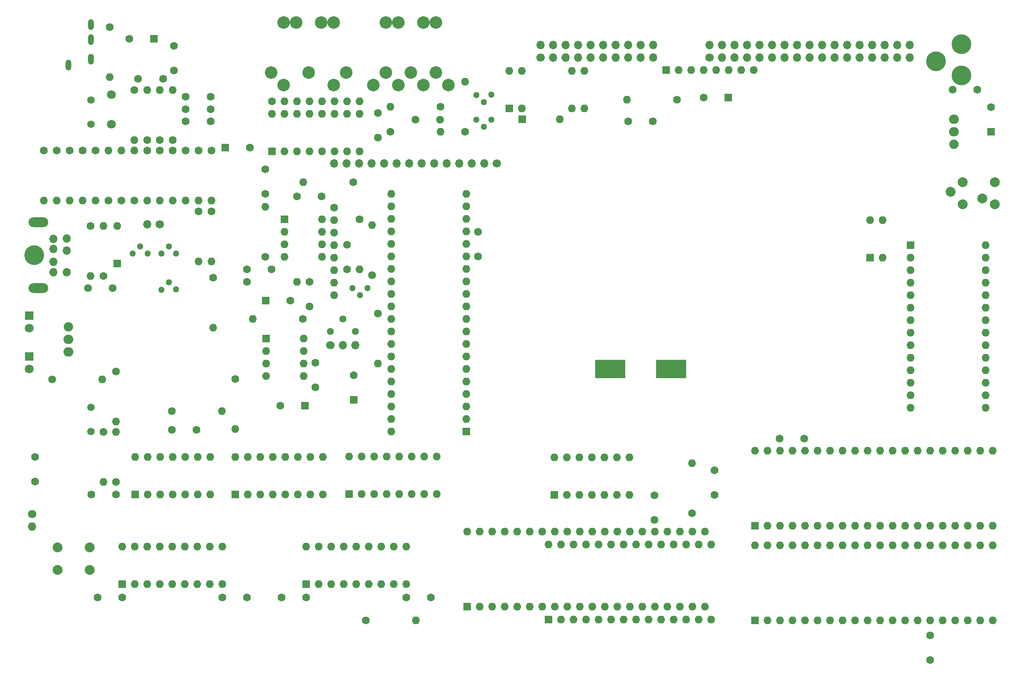
<source format=gbr>
%TF.GenerationSoftware,KiCad,Pcbnew,8.0.5*%
%TF.CreationDate,2025-01-06T13:55:56+00:00*%
%TF.ProjectId,Oric,4f726963-2e6b-4696-9361-645f70636258,rev?*%
%TF.SameCoordinates,Original*%
%TF.FileFunction,Soldermask,Bot*%
%TF.FilePolarity,Negative*%
%FSLAX46Y46*%
G04 Gerber Fmt 4.6, Leading zero omitted, Abs format (unit mm)*
G04 Created by KiCad (PCBNEW 8.0.5) date 2025-01-06 13:55:56*
%MOMM*%
%LPD*%
G01*
G04 APERTURE LIST*
%ADD10C,1.700000*%
%ADD11O,1.700000X1.700000*%
%ADD12R,1.600000X1.600000*%
%ADD13C,1.600000*%
%ADD14O,1.600000X1.600000*%
%ADD15C,2.540000*%
%ADD16C,1.800000*%
%ADD17C,4.000000*%
%ADD18C,1.905000*%
%ADD19O,2.000000X1.905000*%
%ADD20R,1.800000X1.800000*%
%ADD21C,1.300000*%
%ADD22C,1.500000*%
%ADD23C,1.440000*%
%ADD24O,1.200000X2.200000*%
%ADD25O,4.000000X2.000000*%
%ADD26R,6.089998X3.740000*%
%ADD27C,2.000000*%
G04 APERTURE END LIST*
D10*
%TO.C,PL3*%
X139990000Y-52900000D03*
D11*
X137450000Y-52900000D03*
X134910000Y-52900000D03*
X132370000Y-52900000D03*
X129830000Y-52900000D03*
X127290000Y-52900000D03*
X124750000Y-52900000D03*
X122210000Y-52900000D03*
X119670000Y-52900000D03*
X117130000Y-52900000D03*
X114590000Y-52900000D03*
X112050000Y-52900000D03*
X109510000Y-52900000D03*
X106970000Y-52900000D03*
%TD*%
D12*
%TO.C,C21*%
X187030000Y-39500000D03*
D13*
X182030000Y-39500000D03*
%TD*%
%TO.C,RP3*%
X106970000Y-61870000D03*
D14*
X106970000Y-64410000D03*
X106970000Y-66950000D03*
X106970000Y-69490000D03*
X106970000Y-72030000D03*
X106970000Y-74570000D03*
X106970000Y-77110000D03*
X106970000Y-79650000D03*
%TD*%
D13*
%TO.C,C31*%
X76875000Y-41850000D03*
X81875000Y-41850000D03*
%TD*%
%TO.C,C101*%
X74050000Y-106975000D03*
X79050000Y-106975000D03*
%TD*%
%TO.C,C100*%
X184180000Y-120220000D03*
X184180000Y-115220000D03*
%TD*%
%TO.C,R11*%
X176610000Y-39970000D03*
D14*
X166450000Y-39970000D03*
%TD*%
D13*
%TO.C,C28*%
X101950000Y-81930000D03*
X101950000Y-76930000D03*
%TD*%
%TO.C,C6*%
X92990000Y-54080000D03*
X92990000Y-59080000D03*
%TD*%
%TO.C,C7*%
X128480000Y-44000000D03*
X123480000Y-44000000D03*
%TD*%
D12*
%TO.C,IC6*%
X192390000Y-145680000D03*
D14*
X194930000Y-145680000D03*
X197470000Y-145680000D03*
X200010000Y-145680000D03*
X202550000Y-145680000D03*
X205090000Y-145680000D03*
X207630000Y-145680000D03*
X210170000Y-145680000D03*
X212710000Y-145680000D03*
X215250000Y-145680000D03*
X217790000Y-145680000D03*
X220330000Y-145680000D03*
X222870000Y-145680000D03*
X225410000Y-145680000D03*
X227950000Y-145680000D03*
X230490000Y-145680000D03*
X233030000Y-145680000D03*
X235570000Y-145680000D03*
X238110000Y-145680000D03*
X240650000Y-145680000D03*
X240650000Y-130440000D03*
X238110000Y-130440000D03*
X235570000Y-130440000D03*
X233030000Y-130440000D03*
X230490000Y-130440000D03*
X227950000Y-130440000D03*
X225410000Y-130440000D03*
X222870000Y-130440000D03*
X220330000Y-130440000D03*
X217790000Y-130440000D03*
X215250000Y-130440000D03*
X212710000Y-130440000D03*
X210170000Y-130440000D03*
X207630000Y-130440000D03*
X205090000Y-130440000D03*
X202550000Y-130440000D03*
X200010000Y-130440000D03*
X197470000Y-130440000D03*
X194930000Y-130440000D03*
X192390000Y-130440000D03*
%TD*%
D15*
%TO.C,SK2*%
X117490000Y-34420000D03*
X117490000Y-24300000D03*
X120030000Y-24300000D03*
X122570000Y-34420000D03*
X125110000Y-24300000D03*
X127650000Y-24300000D03*
X127650000Y-34420000D03*
X120030000Y-36960000D03*
X125110000Y-36960000D03*
X114950000Y-36960000D03*
X130190000Y-36960000D03*
%TD*%
D12*
%TO.C,IC3*%
X96930000Y-64280000D03*
D14*
X96930000Y-66820000D03*
X96930000Y-69360000D03*
X96930000Y-71900000D03*
X104550000Y-71900000D03*
X104550000Y-69360000D03*
X104550000Y-66820000D03*
X104550000Y-64280000D03*
%TD*%
D16*
%TO.C,VC1*%
X61750000Y-38950000D03*
X61750000Y-44950000D03*
%TD*%
D12*
%TO.C,IC7*%
X133840000Y-107360000D03*
D14*
X133840000Y-104820000D03*
X133840000Y-102280000D03*
X133840000Y-99740000D03*
X133840000Y-97200000D03*
X133840000Y-94660000D03*
X133840000Y-92120000D03*
X133840000Y-89580000D03*
X133840000Y-87040000D03*
X133840000Y-84500000D03*
X133840000Y-81960000D03*
X133840000Y-79420000D03*
X133840000Y-76880000D03*
X133840000Y-74340000D03*
X133840000Y-71800000D03*
X133840000Y-69260000D03*
X133840000Y-66720000D03*
X133840000Y-64180000D03*
X133840000Y-61640000D03*
X133840000Y-59100000D03*
X118600000Y-59100000D03*
X118600000Y-61640000D03*
X118600000Y-64180000D03*
X118600000Y-66720000D03*
X118600000Y-69260000D03*
X118600000Y-71800000D03*
X118600000Y-74340000D03*
X118600000Y-76880000D03*
X118600000Y-79420000D03*
X118600000Y-81960000D03*
X118600000Y-84500000D03*
X118600000Y-87040000D03*
X118600000Y-89580000D03*
X118600000Y-92120000D03*
X118600000Y-94660000D03*
X118600000Y-97200000D03*
X118600000Y-99740000D03*
X118600000Y-102280000D03*
X118600000Y-104820000D03*
X118600000Y-107360000D03*
%TD*%
D13*
%TO.C,C13*%
X232550000Y-37870000D03*
X237550000Y-37870000D03*
%TD*%
D12*
%TO.C,D1*%
X145150000Y-43940000D03*
D14*
X152770000Y-43940000D03*
%TD*%
D17*
%TO.C,SK3*%
X234320000Y-35000000D03*
X234320000Y-28680000D03*
X229170000Y-32150000D03*
%TD*%
D18*
%TO.C,TR7*%
X53080000Y-86060000D03*
D19*
X53080000Y-88600000D03*
X53080000Y-91140000D03*
%TD*%
D12*
%TO.C,IC31*%
X64010000Y-138300000D03*
D14*
X66550000Y-138300000D03*
X69090000Y-138300000D03*
X71630000Y-138300000D03*
X74170000Y-138300000D03*
X76710000Y-138300000D03*
X79250000Y-138300000D03*
X81790000Y-138300000D03*
X84330000Y-138300000D03*
X84330000Y-130680000D03*
X81790000Y-130680000D03*
X79250000Y-130680000D03*
X76710000Y-130680000D03*
X74170000Y-130680000D03*
X71630000Y-130680000D03*
X69090000Y-130680000D03*
X66550000Y-130680000D03*
X64010000Y-130680000D03*
%TD*%
D13*
%TO.C,R37*%
X69025000Y-50275000D03*
D14*
X69025000Y-60435000D03*
%TD*%
D20*
%TO.C,D31*%
X45075000Y-92060000D03*
D16*
X45075000Y-94600000D03*
%TD*%
D13*
%TO.C,C5*%
X94300000Y-74440000D03*
X89300000Y-74440000D03*
%TD*%
%TO.C,R4*%
X82125000Y-62595000D03*
D14*
X82125000Y-72755000D03*
%TD*%
D13*
%TO.C,R45*%
X79500000Y-50275000D03*
D14*
X79500000Y-60435000D03*
%TD*%
D13*
%TO.C,C34*%
X197430000Y-108770000D03*
X202430000Y-108770000D03*
%TD*%
%TO.C,R32*%
X61440000Y-25240000D03*
D14*
X61440000Y-35400000D03*
%TD*%
D13*
%TO.C,C12*%
X46240000Y-112510000D03*
X46240000Y-117510000D03*
%TD*%
%TO.C,R50*%
X82460000Y-76120000D03*
D14*
X82460000Y-86280000D03*
%TD*%
D12*
%TO.C,IC5*%
X192390000Y-126450000D03*
D14*
X194930000Y-126450000D03*
X197470000Y-126450000D03*
X200010000Y-126450000D03*
X202550000Y-126450000D03*
X205090000Y-126450000D03*
X207630000Y-126450000D03*
X210170000Y-126450000D03*
X212710000Y-126450000D03*
X215250000Y-126450000D03*
X217790000Y-126450000D03*
X220330000Y-126450000D03*
X222870000Y-126450000D03*
X225410000Y-126450000D03*
X227950000Y-126450000D03*
X230490000Y-126450000D03*
X233030000Y-126450000D03*
X235570000Y-126450000D03*
X238110000Y-126450000D03*
X240650000Y-126450000D03*
X240650000Y-111210000D03*
X238110000Y-111210000D03*
X235570000Y-111210000D03*
X233030000Y-111210000D03*
X230490000Y-111210000D03*
X227950000Y-111210000D03*
X225410000Y-111210000D03*
X222870000Y-111210000D03*
X220330000Y-111210000D03*
X217790000Y-111210000D03*
X215250000Y-111210000D03*
X212710000Y-111210000D03*
X210170000Y-111210000D03*
X207630000Y-111210000D03*
X205090000Y-111210000D03*
X202550000Y-111210000D03*
X200010000Y-111210000D03*
X197470000Y-111210000D03*
X194930000Y-111210000D03*
X192390000Y-111210000D03*
%TD*%
D13*
%TO.C,R9*%
X60200000Y-107420000D03*
D14*
X60200000Y-117580000D03*
%TD*%
D13*
%TO.C,R38*%
X71625000Y-50275000D03*
D14*
X71625000Y-60435000D03*
%TD*%
D21*
%TO.C,TR5*%
X66100000Y-71220000D03*
X67600000Y-69730000D03*
X69100000Y-71200000D03*
%TD*%
D10*
%TO.C,LK5*%
X106195000Y-89850000D03*
D11*
X108735000Y-89850000D03*
X111275000Y-89850000D03*
%TD*%
D12*
%TO.C,SW2*%
X215785000Y-72050000D03*
D14*
X218325000Y-72050000D03*
X218325000Y-64430000D03*
X215785000Y-64430000D03*
%TD*%
D12*
%TO.C,C4*%
X93120000Y-80740000D03*
D13*
X98120000Y-80740000D03*
%TD*%
%TO.C,C19*%
X166680000Y-44380000D03*
X171680000Y-44380000D03*
%TD*%
D12*
%TO.C,C1*%
X110960000Y-100870000D03*
D13*
X110960000Y-95870000D03*
%TD*%
%TO.C,R7*%
X112120000Y-64270000D03*
D14*
X112120000Y-74430000D03*
%TD*%
D13*
%TO.C,R12*%
X113440000Y-145650000D03*
D14*
X123600000Y-145650000D03*
%TD*%
D12*
%TO.C,C8*%
X240325000Y-46450000D03*
D13*
X240325000Y-41450000D03*
%TD*%
%TO.C,R55*%
X48050000Y-50275000D03*
D14*
X48050000Y-60435000D03*
%TD*%
D22*
%TO.C,XT1*%
X57660000Y-107320000D03*
X57660000Y-102420000D03*
%TD*%
D23*
%TO.C,RV2*%
X111275000Y-86975000D03*
X108735000Y-84435000D03*
X106195000Y-86975000D03*
%TD*%
D12*
%TO.C,RP1*%
X174370000Y-33960000D03*
D14*
X176910000Y-33960000D03*
X179450000Y-33960000D03*
X181990000Y-33960000D03*
X184530000Y-33960000D03*
X187070000Y-33960000D03*
X189610000Y-33960000D03*
X192150000Y-33960000D03*
%TD*%
D12*
%TO.C,C3*%
X101080000Y-102100000D03*
D13*
X96080000Y-102100000D03*
%TD*%
%TO.C,R6*%
X179600000Y-123940000D03*
D14*
X179600000Y-113780000D03*
%TD*%
D13*
%TO.C,C16*%
X96300000Y-141075000D03*
X101300000Y-141075000D03*
%TD*%
D24*
%TO.C,SK4*%
X53025000Y-32925000D03*
X57625000Y-31725000D03*
X57625000Y-27725000D03*
X57625000Y-24725000D03*
%TD*%
D13*
%TO.C,C23*%
X172000000Y-125275000D03*
X172000000Y-120275000D03*
%TD*%
%TO.C,R13*%
X128540000Y-41380000D03*
D14*
X118380000Y-41380000D03*
%TD*%
D20*
%TO.C,D32*%
X45075000Y-83810000D03*
D16*
X45075000Y-86350000D03*
%TD*%
D11*
%TO.C,SK5*%
X49990000Y-72860000D03*
X49990000Y-70220000D03*
X50020000Y-74980000D03*
X49990000Y-68180000D03*
X52710000Y-74980000D03*
X52710000Y-70630000D03*
X52710000Y-68170000D03*
D25*
X46910000Y-78250000D03*
D17*
X46110000Y-71550000D03*
D25*
X46910000Y-64850000D03*
%TD*%
D21*
%TO.C,TR2*%
X138880000Y-43970000D03*
X137380000Y-45460000D03*
X135880000Y-43990000D03*
%TD*%
%TO.C,TR1*%
X113730000Y-78170000D03*
X112230000Y-79660000D03*
X110730000Y-78190000D03*
%TD*%
D13*
%TO.C,R30*%
X115900000Y-83370000D03*
D14*
X115900000Y-93530000D03*
%TD*%
D18*
%TO.C,IC1*%
X232770000Y-49000000D03*
D19*
X232770000Y-46460000D03*
X232770000Y-43920000D03*
%TD*%
D10*
%TO.C,LK4*%
X71560000Y-65295000D03*
D11*
X69020000Y-65295000D03*
%TD*%
D12*
%TO.C,C36*%
X84890000Y-49640000D03*
D13*
X89890000Y-49640000D03*
%TD*%
%TO.C,C17*%
X121625000Y-141075000D03*
X126625000Y-141075000D03*
%TD*%
%TO.C,R26*%
X110910000Y-56700000D03*
D14*
X100750000Y-56700000D03*
%TD*%
D10*
%TO.C,LK6*%
X45640000Y-124060000D03*
D11*
X45640000Y-126600000D03*
%TD*%
D13*
%TO.C,R46*%
X53300000Y-50275000D03*
D14*
X53300000Y-60435000D03*
%TD*%
D21*
%TO.C,TR4*%
X71925000Y-71215000D03*
X73425000Y-69725000D03*
X74925000Y-71195000D03*
%TD*%
D12*
%TO.C,RL1*%
X142560000Y-41690000D03*
D14*
X145100000Y-41690000D03*
X155260000Y-41690000D03*
X157800000Y-41690000D03*
X157800000Y-34070000D03*
X155260000Y-34070000D03*
X145100000Y-34070000D03*
X142560000Y-34070000D03*
%TD*%
D12*
%TO.C,IC21*%
X66590000Y-120100000D03*
D14*
X69130000Y-120100000D03*
X71670000Y-120100000D03*
X74210000Y-120100000D03*
X76750000Y-120100000D03*
X79290000Y-120100000D03*
X81830000Y-120100000D03*
X81830000Y-112480000D03*
X79290000Y-112480000D03*
X76750000Y-112480000D03*
X74210000Y-112480000D03*
X71670000Y-112480000D03*
X69130000Y-112480000D03*
X66590000Y-112480000D03*
%TD*%
D13*
%TO.C,R101*%
X74075000Y-103150000D03*
D14*
X84235000Y-103150000D03*
%TD*%
D13*
%TO.C,R43*%
X82125000Y-50275000D03*
D14*
X82125000Y-60435000D03*
%TD*%
D13*
%TO.C,R8*%
X114660000Y-75620000D03*
D14*
X114660000Y-65460000D03*
%TD*%
D12*
%TO.C,IC30*%
X101300000Y-138300000D03*
D14*
X103840000Y-138300000D03*
X106380000Y-138300000D03*
X108920000Y-138300000D03*
X111460000Y-138300000D03*
X114000000Y-138300000D03*
X116540000Y-138300000D03*
X119080000Y-138300000D03*
X121620000Y-138300000D03*
X121620000Y-130680000D03*
X119080000Y-130680000D03*
X116540000Y-130680000D03*
X114000000Y-130680000D03*
X111460000Y-130680000D03*
X108920000Y-130680000D03*
X106380000Y-130680000D03*
X103840000Y-130680000D03*
X101300000Y-130680000D03*
%TD*%
D13*
%TO.C,R25*%
X133540000Y-46470000D03*
D14*
X133540000Y-36310000D03*
%TD*%
D12*
%TO.C,C24*%
X70430000Y-27600000D03*
D13*
X65430000Y-27600000D03*
%TD*%
%TO.C,R39*%
X74250000Y-50275000D03*
D14*
X74250000Y-60435000D03*
%TD*%
D10*
%TO.C,PL2*%
X183160000Y-31370000D03*
D11*
X183160000Y-28830000D03*
X185700000Y-31370000D03*
X185700000Y-28830000D03*
X188240000Y-31370000D03*
X188240000Y-28830000D03*
X190780000Y-31370000D03*
X190780000Y-28830000D03*
X193320000Y-31370000D03*
X193320000Y-28830000D03*
X195860000Y-31370000D03*
X195860000Y-28830000D03*
X198400000Y-31370000D03*
X198400000Y-28830000D03*
X200940000Y-31370000D03*
X200940000Y-28830000D03*
X203480000Y-31370000D03*
X203480000Y-28830000D03*
X206020000Y-31370000D03*
X206020000Y-28830000D03*
X208560000Y-31370000D03*
X208560000Y-28830000D03*
X211100000Y-31370000D03*
X211100000Y-28830000D03*
X213640000Y-31370000D03*
X213640000Y-28830000D03*
X216180000Y-31370000D03*
X216180000Y-28830000D03*
X218720000Y-31370000D03*
X218720000Y-28830000D03*
X221260000Y-31370000D03*
X221260000Y-28830000D03*
X223800000Y-31370000D03*
X223800000Y-28830000D03*
%TD*%
D22*
%TO.C,XT2*%
X57660000Y-44950000D03*
X57660000Y-40050000D03*
%TD*%
D13*
%TO.C,C14*%
X59000000Y-141075000D03*
X64000000Y-141075000D03*
%TD*%
%TO.C,C2*%
X103175000Y-93400000D03*
X103175000Y-98400000D03*
%TD*%
%TO.C,R35*%
X71625000Y-48160000D03*
D14*
X71625000Y-38000000D03*
%TD*%
D26*
%TO.C,LS1*%
X163005000Y-94657500D03*
X175355000Y-94657500D03*
%TD*%
D13*
%TO.C,RP2*%
X94350000Y-40320000D03*
D14*
X96890000Y-40320000D03*
X99430000Y-40320000D03*
X101970000Y-40320000D03*
X104510000Y-40320000D03*
X107050000Y-40320000D03*
X109590000Y-40320000D03*
X112130000Y-40320000D03*
%TD*%
D12*
%TO.C,IC9*%
X223960000Y-69470000D03*
D14*
X223960000Y-72010000D03*
X223960000Y-74550000D03*
X223960000Y-77090000D03*
X223960000Y-79630000D03*
X223960000Y-82170000D03*
X223960000Y-84710000D03*
X223960000Y-87250000D03*
X223960000Y-89790000D03*
X223960000Y-92330000D03*
X223960000Y-94870000D03*
X223960000Y-97410000D03*
X223960000Y-99950000D03*
X223960000Y-102490000D03*
X239200000Y-102490000D03*
X239200000Y-99950000D03*
X239200000Y-97410000D03*
X239200000Y-94870000D03*
X239200000Y-92330000D03*
X239200000Y-89790000D03*
X239200000Y-87250000D03*
X239200000Y-84710000D03*
X239200000Y-82170000D03*
X239200000Y-79630000D03*
X239200000Y-77090000D03*
X239200000Y-74550000D03*
X239200000Y-72010000D03*
X239200000Y-69470000D03*
%TD*%
D13*
%TO.C,R47*%
X76875000Y-50275000D03*
D14*
X76875000Y-60435000D03*
%TD*%
D12*
%TO.C,IC11*%
X151700000Y-120200000D03*
D14*
X154240000Y-120200000D03*
X156780000Y-120200000D03*
X159320000Y-120200000D03*
X161860000Y-120200000D03*
X164400000Y-120200000D03*
X166940000Y-120200000D03*
X166940000Y-112580000D03*
X164400000Y-112580000D03*
X161860000Y-112580000D03*
X159320000Y-112580000D03*
X156780000Y-112580000D03*
X154240000Y-112580000D03*
X151700000Y-112580000D03*
%TD*%
D13*
%TO.C,R36*%
X74250000Y-48160000D03*
D14*
X74250000Y-38000000D03*
%TD*%
D13*
%TO.C,R51*%
X62660000Y-95150000D03*
D14*
X62660000Y-105310000D03*
%TD*%
D13*
%TO.C,R2*%
X79500000Y-62600000D03*
D14*
X79500000Y-72760000D03*
%TD*%
D27*
%TO.C,SW1*%
X234580000Y-61210000D03*
X241070000Y-61220000D03*
X232130000Y-58690000D03*
X234570000Y-56720000D03*
X241070000Y-56720000D03*
X238520000Y-59990000D03*
%TD*%
D21*
%TO.C,TR3*%
X138880000Y-38960000D03*
X137380000Y-40450000D03*
X135880000Y-38980000D03*
%TD*%
D13*
%TO.C,C25*%
X109590000Y-69390000D03*
X109590000Y-74390000D03*
%TD*%
%TO.C,C30*%
X76875000Y-39375000D03*
X81875000Y-39375000D03*
%TD*%
%TO.C,C10*%
X104420000Y-59590000D03*
X99420000Y-59590000D03*
%TD*%
D12*
%TO.C,IC8*%
X110020000Y-120020000D03*
D14*
X112560000Y-120020000D03*
X115100000Y-120020000D03*
X117640000Y-120020000D03*
X120180000Y-120020000D03*
X122720000Y-120020000D03*
X125260000Y-120020000D03*
X127800000Y-120020000D03*
X127800000Y-112400000D03*
X125260000Y-112400000D03*
X122720000Y-112400000D03*
X120180000Y-112400000D03*
X117640000Y-112400000D03*
X115100000Y-112400000D03*
X112560000Y-112400000D03*
X110020000Y-112400000D03*
%TD*%
D13*
%TO.C,C11*%
X136175000Y-66775000D03*
X136175000Y-71775000D03*
%TD*%
%TO.C,R10*%
X62660000Y-117580000D03*
D14*
X62660000Y-107420000D03*
%TD*%
D13*
%TO.C,R41*%
X63800000Y-60435000D03*
D14*
X63800000Y-50275000D03*
%TD*%
D13*
%TO.C,R33*%
X66425000Y-38000000D03*
D14*
X66425000Y-48160000D03*
%TD*%
D13*
%TO.C,R24*%
X118390000Y-46500000D03*
D14*
X128550000Y-46500000D03*
%TD*%
D13*
%TO.C,R3*%
X89310000Y-76900000D03*
D14*
X99470000Y-76900000D03*
%TD*%
D12*
%TO.C,IC4*%
X150470000Y-145520000D03*
D14*
X153010000Y-145520000D03*
X155550000Y-145520000D03*
X158090000Y-145520000D03*
X160630000Y-145520000D03*
X163170000Y-145520000D03*
X165710000Y-145520000D03*
X168250000Y-145520000D03*
X170790000Y-145520000D03*
X173330000Y-145520000D03*
X175870000Y-145520000D03*
X178410000Y-145520000D03*
X180950000Y-145520000D03*
X183490000Y-145520000D03*
X183490000Y-130280000D03*
X180950000Y-130280000D03*
X178410000Y-130280000D03*
X175870000Y-130280000D03*
X173330000Y-130280000D03*
X170790000Y-130280000D03*
X168250000Y-130280000D03*
X165710000Y-130280000D03*
X163170000Y-130280000D03*
X160630000Y-130280000D03*
X158090000Y-130280000D03*
X155550000Y-130280000D03*
X153010000Y-130280000D03*
X150470000Y-130280000D03*
%TD*%
D12*
%TO.C,IC22*%
X94340000Y-50450000D03*
D14*
X96880000Y-50450000D03*
X99420000Y-50450000D03*
X101960000Y-50450000D03*
X104500000Y-50450000D03*
X107040000Y-50450000D03*
X109580000Y-50450000D03*
X112120000Y-50450000D03*
X112120000Y-42830000D03*
X109580000Y-42830000D03*
X107040000Y-42830000D03*
X104500000Y-42830000D03*
X101960000Y-42830000D03*
X99420000Y-42830000D03*
X96880000Y-42830000D03*
X94340000Y-42830000D03*
%TD*%
D12*
%TO.C,IC2*%
X93190000Y-88420000D03*
D14*
X93190000Y-90960000D03*
X93190000Y-93500000D03*
X93190000Y-96040000D03*
X100810000Y-96040000D03*
X100810000Y-93500000D03*
X100810000Y-90960000D03*
X100810000Y-88420000D03*
%TD*%
D15*
%TO.C,SK1*%
X94180000Y-34420000D03*
X101800000Y-34420000D03*
X109420000Y-34420000D03*
X96720000Y-36960000D03*
X96720000Y-24270000D03*
X99260000Y-24270000D03*
X104340000Y-24270000D03*
X106880000Y-24270000D03*
X106880000Y-36960000D03*
%TD*%
D13*
%TO.C,R31*%
X86925000Y-96650000D03*
D14*
X86925000Y-106810000D03*
%TD*%
D13*
%TO.C,C33*%
X72225000Y-35680000D03*
X67225000Y-35680000D03*
%TD*%
%TO.C,R48*%
X58550000Y-50275000D03*
D14*
X58550000Y-60435000D03*
%TD*%
D13*
%TO.C,R5*%
X93000000Y-71860000D03*
D14*
X93000000Y-61700000D03*
%TD*%
D12*
%TO.C,IC10*%
X133950000Y-142875000D03*
D14*
X136490000Y-142875000D03*
X139030000Y-142875000D03*
X141570000Y-142875000D03*
X144110000Y-142875000D03*
X146650000Y-142875000D03*
X149190000Y-142875000D03*
X151730000Y-142875000D03*
X154270000Y-142875000D03*
X156810000Y-142875000D03*
X159350000Y-142875000D03*
X161890000Y-142875000D03*
X164430000Y-142875000D03*
X166970000Y-142875000D03*
X169510000Y-142875000D03*
X172050000Y-142875000D03*
X174590000Y-142875000D03*
X177130000Y-142875000D03*
X179670000Y-142875000D03*
X182210000Y-142875000D03*
X182210000Y-127635000D03*
X179670000Y-127635000D03*
X177130000Y-127635000D03*
X174590000Y-127635000D03*
X172050000Y-127635000D03*
X169510000Y-127635000D03*
X166970000Y-127635000D03*
X164430000Y-127635000D03*
X161890000Y-127635000D03*
X159350000Y-127635000D03*
X156810000Y-127635000D03*
X154270000Y-127635000D03*
X151730000Y-127635000D03*
X149190000Y-127635000D03*
X146650000Y-127635000D03*
X144110000Y-127635000D03*
X141570000Y-127635000D03*
X139030000Y-127635000D03*
X136490000Y-127635000D03*
X133950000Y-127635000D03*
%TD*%
D13*
%TO.C,C9*%
X74450000Y-29000000D03*
X74450000Y-34000000D03*
%TD*%
%TO.C,R53*%
X60125000Y-75725000D03*
D14*
X60125000Y-65565000D03*
%TD*%
D13*
%TO.C,C32*%
X76875000Y-44325000D03*
X81875000Y-44325000D03*
%TD*%
%TO.C,R40*%
X61175000Y-60435000D03*
D14*
X61175000Y-50275000D03*
%TD*%
D13*
%TO.C,R56*%
X49750000Y-96750000D03*
D14*
X59910000Y-96750000D03*
%TD*%
D13*
%TO.C,R54*%
X57500000Y-65565000D03*
D14*
X57500000Y-75725000D03*
%TD*%
D13*
%TO.C,R34*%
X69025000Y-48160000D03*
D14*
X69025000Y-38000000D03*
%TD*%
D13*
%TO.C,R1*%
X100650000Y-84500000D03*
D14*
X90490000Y-84500000D03*
%TD*%
D13*
%TO.C,C26*%
X57730000Y-120090000D03*
X62730000Y-120090000D03*
%TD*%
D12*
%TO.C,D30*%
X62975000Y-73185000D03*
D14*
X62975000Y-65565000D03*
%TD*%
D13*
%TO.C,R44*%
X50675000Y-50275000D03*
D14*
X50675000Y-60435000D03*
%TD*%
D13*
%TO.C,R49*%
X55925000Y-50275000D03*
D14*
X55925000Y-60435000D03*
%TD*%
D13*
%TO.C,R42*%
X66425000Y-60435000D03*
D14*
X66425000Y-50275000D03*
%TD*%
D13*
%TO.C,C35*%
X228000000Y-148710000D03*
X228000000Y-153710000D03*
%TD*%
D10*
%TO.C,PL1*%
X148900000Y-31370000D03*
D11*
X148900000Y-28830000D03*
X151440000Y-31370000D03*
X151440000Y-28830000D03*
X153980000Y-31370000D03*
X153980000Y-28830000D03*
X156520000Y-31370000D03*
X156520000Y-28830000D03*
X159060000Y-31370000D03*
X159060000Y-28830000D03*
X161600000Y-31370000D03*
X161600000Y-28830000D03*
X164140000Y-31370000D03*
X164140000Y-28830000D03*
X166680000Y-31370000D03*
X166680000Y-28830000D03*
X169220000Y-31370000D03*
X169220000Y-28830000D03*
X171760000Y-31370000D03*
X171760000Y-28830000D03*
%TD*%
D13*
%TO.C,C37*%
X57050000Y-78175000D03*
X62050000Y-78175000D03*
%TD*%
D21*
%TO.C,TR6*%
X71925000Y-78515000D03*
X73425000Y-77025000D03*
X74925000Y-78495000D03*
%TD*%
D27*
%TO.C,SW3*%
X50875000Y-135405000D03*
X57375000Y-135405000D03*
X50875000Y-130905000D03*
X57375000Y-130905000D03*
%TD*%
D12*
%TO.C,IC20*%
X86950000Y-120100000D03*
D14*
X89490000Y-120100000D03*
X92030000Y-120100000D03*
X94570000Y-120100000D03*
X97110000Y-120100000D03*
X99650000Y-120100000D03*
X102190000Y-120100000D03*
X104730000Y-120100000D03*
X104730000Y-112480000D03*
X102190000Y-112480000D03*
X99650000Y-112480000D03*
X97110000Y-112480000D03*
X94570000Y-112480000D03*
X92030000Y-112480000D03*
X89490000Y-112480000D03*
X86950000Y-112480000D03*
%TD*%
D13*
%TO.C,C15*%
X84325000Y-141075000D03*
X89325000Y-141075000D03*
%TD*%
%TO.C,C22*%
X115890000Y-42680000D03*
X115890000Y-47680000D03*
%TD*%
M02*

</source>
